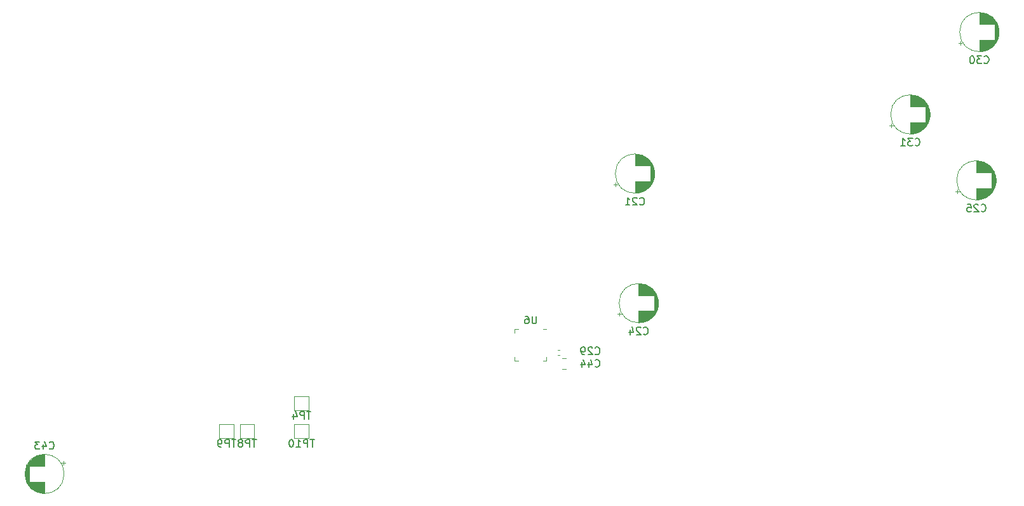
<source format=gbr>
%TF.GenerationSoftware,KiCad,Pcbnew,(5.1.7)-1*%
%TF.CreationDate,2021-03-26T00:16:30-04:00*%
%TF.ProjectId,Console,436f6e73-6f6c-4652-9e6b-696361645f70,rev?*%
%TF.SameCoordinates,Original*%
%TF.FileFunction,Legend,Bot*%
%TF.FilePolarity,Positive*%
%FSLAX46Y46*%
G04 Gerber Fmt 4.6, Leading zero omitted, Abs format (unit mm)*
G04 Created by KiCad (PCBNEW (5.1.7)-1) date 2021-03-26 00:16:30*
%MOMM*%
%LPD*%
G01*
G04 APERTURE LIST*
%ADD10C,0.120000*%
%ADD11C,0.150000*%
G04 APERTURE END LIST*
D10*
%TO.C,TP10*%
X125300000Y-119450000D02*
X127200000Y-119450000D01*
X127200000Y-119450000D02*
X127200000Y-117550000D01*
X127200000Y-117550000D02*
X125300000Y-117550000D01*
X125300000Y-117550000D02*
X125300000Y-119450000D01*
%TO.C,TP9*%
X115300000Y-119450000D02*
X117200000Y-119450000D01*
X117200000Y-119450000D02*
X117200000Y-117550000D01*
X117200000Y-117550000D02*
X115300000Y-117550000D01*
X115300000Y-117550000D02*
X115300000Y-119450000D01*
%TO.C,TP8*%
X118050000Y-119450000D02*
X119950000Y-119450000D01*
X119950000Y-119450000D02*
X119950000Y-117550000D01*
X119950000Y-117550000D02*
X118050000Y-117550000D01*
X118050000Y-117550000D02*
X118050000Y-119450000D01*
%TO.C,TP4*%
X125300000Y-115700000D02*
X127200000Y-115700000D01*
X127200000Y-115700000D02*
X127200000Y-113800000D01*
X127200000Y-113800000D02*
X125300000Y-113800000D01*
X125300000Y-113800000D02*
X125300000Y-115700000D01*
%TO.C,C29*%
X161511252Y-108765000D02*
X160988748Y-108765000D01*
X161511252Y-110235000D02*
X160988748Y-110235000D01*
%TO.C,C44*%
X160627836Y-107640000D02*
X160412164Y-107640000D01*
X160627836Y-108360000D02*
X160412164Y-108360000D01*
%TO.C,U6*%
X155165000Y-104890000D02*
X154690000Y-104890000D01*
X154690000Y-104890000D02*
X154690000Y-105365000D01*
X158435000Y-109110000D02*
X158910000Y-109110000D01*
X158910000Y-109110000D02*
X158910000Y-108635000D01*
X155165000Y-109110000D02*
X154690000Y-109110000D01*
X154690000Y-109110000D02*
X154690000Y-108635000D01*
X158435000Y-104890000D02*
X158910000Y-104890000D01*
%TO.C,C43*%
X94620000Y-124200000D02*
G75*
G03*
X94620000Y-124200000I-2620000J0D01*
G01*
X92000000Y-125240000D02*
X92000000Y-126780000D01*
X92000000Y-121620000D02*
X92000000Y-123160000D01*
X91960000Y-125240000D02*
X91960000Y-126780000D01*
X91960000Y-121620000D02*
X91960000Y-123160000D01*
X91920000Y-121621000D02*
X91920000Y-123160000D01*
X91920000Y-125240000D02*
X91920000Y-126779000D01*
X91880000Y-121622000D02*
X91880000Y-123160000D01*
X91880000Y-125240000D02*
X91880000Y-126778000D01*
X91840000Y-121624000D02*
X91840000Y-123160000D01*
X91840000Y-125240000D02*
X91840000Y-126776000D01*
X91800000Y-121627000D02*
X91800000Y-123160000D01*
X91800000Y-125240000D02*
X91800000Y-126773000D01*
X91760000Y-121631000D02*
X91760000Y-123160000D01*
X91760000Y-125240000D02*
X91760000Y-126769000D01*
X91720000Y-121635000D02*
X91720000Y-123160000D01*
X91720000Y-125240000D02*
X91720000Y-126765000D01*
X91680000Y-121639000D02*
X91680000Y-123160000D01*
X91680000Y-125240000D02*
X91680000Y-126761000D01*
X91640000Y-121644000D02*
X91640000Y-123160000D01*
X91640000Y-125240000D02*
X91640000Y-126756000D01*
X91600000Y-121650000D02*
X91600000Y-123160000D01*
X91600000Y-125240000D02*
X91600000Y-126750000D01*
X91560000Y-121657000D02*
X91560000Y-123160000D01*
X91560000Y-125240000D02*
X91560000Y-126743000D01*
X91520000Y-121664000D02*
X91520000Y-123160000D01*
X91520000Y-125240000D02*
X91520000Y-126736000D01*
X91480000Y-121672000D02*
X91480000Y-123160000D01*
X91480000Y-125240000D02*
X91480000Y-126728000D01*
X91440000Y-121680000D02*
X91440000Y-123160000D01*
X91440000Y-125240000D02*
X91440000Y-126720000D01*
X91400000Y-121689000D02*
X91400000Y-123160000D01*
X91400000Y-125240000D02*
X91400000Y-126711000D01*
X91360000Y-121699000D02*
X91360000Y-123160000D01*
X91360000Y-125240000D02*
X91360000Y-126701000D01*
X91320000Y-121709000D02*
X91320000Y-123160000D01*
X91320000Y-125240000D02*
X91320000Y-126691000D01*
X91279000Y-121720000D02*
X91279000Y-123160000D01*
X91279000Y-125240000D02*
X91279000Y-126680000D01*
X91239000Y-121732000D02*
X91239000Y-123160000D01*
X91239000Y-125240000D02*
X91239000Y-126668000D01*
X91199000Y-121745000D02*
X91199000Y-123160000D01*
X91199000Y-125240000D02*
X91199000Y-126655000D01*
X91159000Y-121758000D02*
X91159000Y-123160000D01*
X91159000Y-125240000D02*
X91159000Y-126642000D01*
X91119000Y-121772000D02*
X91119000Y-123160000D01*
X91119000Y-125240000D02*
X91119000Y-126628000D01*
X91079000Y-121786000D02*
X91079000Y-123160000D01*
X91079000Y-125240000D02*
X91079000Y-126614000D01*
X91039000Y-121802000D02*
X91039000Y-123160000D01*
X91039000Y-125240000D02*
X91039000Y-126598000D01*
X90999000Y-121818000D02*
X90999000Y-123160000D01*
X90999000Y-125240000D02*
X90999000Y-126582000D01*
X90959000Y-121835000D02*
X90959000Y-123160000D01*
X90959000Y-125240000D02*
X90959000Y-126565000D01*
X90919000Y-121852000D02*
X90919000Y-123160000D01*
X90919000Y-125240000D02*
X90919000Y-126548000D01*
X90879000Y-121871000D02*
X90879000Y-123160000D01*
X90879000Y-125240000D02*
X90879000Y-126529000D01*
X90839000Y-121890000D02*
X90839000Y-123160000D01*
X90839000Y-125240000D02*
X90839000Y-126510000D01*
X90799000Y-121910000D02*
X90799000Y-123160000D01*
X90799000Y-125240000D02*
X90799000Y-126490000D01*
X90759000Y-121932000D02*
X90759000Y-123160000D01*
X90759000Y-125240000D02*
X90759000Y-126468000D01*
X90719000Y-121953000D02*
X90719000Y-123160000D01*
X90719000Y-125240000D02*
X90719000Y-126447000D01*
X90679000Y-121976000D02*
X90679000Y-123160000D01*
X90679000Y-125240000D02*
X90679000Y-126424000D01*
X90639000Y-122000000D02*
X90639000Y-123160000D01*
X90639000Y-125240000D02*
X90639000Y-126400000D01*
X90599000Y-122025000D02*
X90599000Y-123160000D01*
X90599000Y-125240000D02*
X90599000Y-126375000D01*
X90559000Y-122051000D02*
X90559000Y-123160000D01*
X90559000Y-125240000D02*
X90559000Y-126349000D01*
X90519000Y-122078000D02*
X90519000Y-123160000D01*
X90519000Y-125240000D02*
X90519000Y-126322000D01*
X90479000Y-122105000D02*
X90479000Y-123160000D01*
X90479000Y-125240000D02*
X90479000Y-126295000D01*
X90439000Y-122135000D02*
X90439000Y-123160000D01*
X90439000Y-125240000D02*
X90439000Y-126265000D01*
X90399000Y-122165000D02*
X90399000Y-123160000D01*
X90399000Y-125240000D02*
X90399000Y-126235000D01*
X90359000Y-122196000D02*
X90359000Y-123160000D01*
X90359000Y-125240000D02*
X90359000Y-126204000D01*
X90319000Y-122229000D02*
X90319000Y-123160000D01*
X90319000Y-125240000D02*
X90319000Y-126171000D01*
X90279000Y-122263000D02*
X90279000Y-123160000D01*
X90279000Y-125240000D02*
X90279000Y-126137000D01*
X90239000Y-122299000D02*
X90239000Y-123160000D01*
X90239000Y-125240000D02*
X90239000Y-126101000D01*
X90199000Y-122336000D02*
X90199000Y-123160000D01*
X90199000Y-125240000D02*
X90199000Y-126064000D01*
X90159000Y-122374000D02*
X90159000Y-123160000D01*
X90159000Y-125240000D02*
X90159000Y-126026000D01*
X90119000Y-122415000D02*
X90119000Y-123160000D01*
X90119000Y-125240000D02*
X90119000Y-125985000D01*
X90079000Y-122457000D02*
X90079000Y-123160000D01*
X90079000Y-125240000D02*
X90079000Y-125943000D01*
X90039000Y-122501000D02*
X90039000Y-123160000D01*
X90039000Y-125240000D02*
X90039000Y-125899000D01*
X89999000Y-122547000D02*
X89999000Y-123160000D01*
X89999000Y-125240000D02*
X89999000Y-125853000D01*
X89959000Y-122595000D02*
X89959000Y-125805000D01*
X89919000Y-122646000D02*
X89919000Y-125754000D01*
X89879000Y-122700000D02*
X89879000Y-125700000D01*
X89839000Y-122757000D02*
X89839000Y-125643000D01*
X89799000Y-122817000D02*
X89799000Y-125583000D01*
X89759000Y-122881000D02*
X89759000Y-125519000D01*
X89719000Y-122949000D02*
X89719000Y-125451000D01*
X89679000Y-123022000D02*
X89679000Y-125378000D01*
X89639000Y-123102000D02*
X89639000Y-125298000D01*
X89599000Y-123189000D02*
X89599000Y-125211000D01*
X89559000Y-123285000D02*
X89559000Y-125115000D01*
X89519000Y-123395000D02*
X89519000Y-125005000D01*
X89479000Y-123523000D02*
X89479000Y-124877000D01*
X89439000Y-123682000D02*
X89439000Y-124718000D01*
X89399000Y-123916000D02*
X89399000Y-124484000D01*
X94804775Y-122725000D02*
X94304775Y-122725000D01*
X94554775Y-122475000D02*
X94554775Y-122975000D01*
%TO.C,C31*%
X210020000Y-76200000D02*
G75*
G03*
X210020000Y-76200000I-2620000J0D01*
G01*
X207400000Y-75160000D02*
X207400000Y-73620000D01*
X207400000Y-78780000D02*
X207400000Y-77240000D01*
X207440000Y-75160000D02*
X207440000Y-73620000D01*
X207440000Y-78780000D02*
X207440000Y-77240000D01*
X207480000Y-78779000D02*
X207480000Y-77240000D01*
X207480000Y-75160000D02*
X207480000Y-73621000D01*
X207520000Y-78778000D02*
X207520000Y-77240000D01*
X207520000Y-75160000D02*
X207520000Y-73622000D01*
X207560000Y-78776000D02*
X207560000Y-77240000D01*
X207560000Y-75160000D02*
X207560000Y-73624000D01*
X207600000Y-78773000D02*
X207600000Y-77240000D01*
X207600000Y-75160000D02*
X207600000Y-73627000D01*
X207640000Y-78769000D02*
X207640000Y-77240000D01*
X207640000Y-75160000D02*
X207640000Y-73631000D01*
X207680000Y-78765000D02*
X207680000Y-77240000D01*
X207680000Y-75160000D02*
X207680000Y-73635000D01*
X207720000Y-78761000D02*
X207720000Y-77240000D01*
X207720000Y-75160000D02*
X207720000Y-73639000D01*
X207760000Y-78756000D02*
X207760000Y-77240000D01*
X207760000Y-75160000D02*
X207760000Y-73644000D01*
X207800000Y-78750000D02*
X207800000Y-77240000D01*
X207800000Y-75160000D02*
X207800000Y-73650000D01*
X207840000Y-78743000D02*
X207840000Y-77240000D01*
X207840000Y-75160000D02*
X207840000Y-73657000D01*
X207880000Y-78736000D02*
X207880000Y-77240000D01*
X207880000Y-75160000D02*
X207880000Y-73664000D01*
X207920000Y-78728000D02*
X207920000Y-77240000D01*
X207920000Y-75160000D02*
X207920000Y-73672000D01*
X207960000Y-78720000D02*
X207960000Y-77240000D01*
X207960000Y-75160000D02*
X207960000Y-73680000D01*
X208000000Y-78711000D02*
X208000000Y-77240000D01*
X208000000Y-75160000D02*
X208000000Y-73689000D01*
X208040000Y-78701000D02*
X208040000Y-77240000D01*
X208040000Y-75160000D02*
X208040000Y-73699000D01*
X208080000Y-78691000D02*
X208080000Y-77240000D01*
X208080000Y-75160000D02*
X208080000Y-73709000D01*
X208121000Y-78680000D02*
X208121000Y-77240000D01*
X208121000Y-75160000D02*
X208121000Y-73720000D01*
X208161000Y-78668000D02*
X208161000Y-77240000D01*
X208161000Y-75160000D02*
X208161000Y-73732000D01*
X208201000Y-78655000D02*
X208201000Y-77240000D01*
X208201000Y-75160000D02*
X208201000Y-73745000D01*
X208241000Y-78642000D02*
X208241000Y-77240000D01*
X208241000Y-75160000D02*
X208241000Y-73758000D01*
X208281000Y-78628000D02*
X208281000Y-77240000D01*
X208281000Y-75160000D02*
X208281000Y-73772000D01*
X208321000Y-78614000D02*
X208321000Y-77240000D01*
X208321000Y-75160000D02*
X208321000Y-73786000D01*
X208361000Y-78598000D02*
X208361000Y-77240000D01*
X208361000Y-75160000D02*
X208361000Y-73802000D01*
X208401000Y-78582000D02*
X208401000Y-77240000D01*
X208401000Y-75160000D02*
X208401000Y-73818000D01*
X208441000Y-78565000D02*
X208441000Y-77240000D01*
X208441000Y-75160000D02*
X208441000Y-73835000D01*
X208481000Y-78548000D02*
X208481000Y-77240000D01*
X208481000Y-75160000D02*
X208481000Y-73852000D01*
X208521000Y-78529000D02*
X208521000Y-77240000D01*
X208521000Y-75160000D02*
X208521000Y-73871000D01*
X208561000Y-78510000D02*
X208561000Y-77240000D01*
X208561000Y-75160000D02*
X208561000Y-73890000D01*
X208601000Y-78490000D02*
X208601000Y-77240000D01*
X208601000Y-75160000D02*
X208601000Y-73910000D01*
X208641000Y-78468000D02*
X208641000Y-77240000D01*
X208641000Y-75160000D02*
X208641000Y-73932000D01*
X208681000Y-78447000D02*
X208681000Y-77240000D01*
X208681000Y-75160000D02*
X208681000Y-73953000D01*
X208721000Y-78424000D02*
X208721000Y-77240000D01*
X208721000Y-75160000D02*
X208721000Y-73976000D01*
X208761000Y-78400000D02*
X208761000Y-77240000D01*
X208761000Y-75160000D02*
X208761000Y-74000000D01*
X208801000Y-78375000D02*
X208801000Y-77240000D01*
X208801000Y-75160000D02*
X208801000Y-74025000D01*
X208841000Y-78349000D02*
X208841000Y-77240000D01*
X208841000Y-75160000D02*
X208841000Y-74051000D01*
X208881000Y-78322000D02*
X208881000Y-77240000D01*
X208881000Y-75160000D02*
X208881000Y-74078000D01*
X208921000Y-78295000D02*
X208921000Y-77240000D01*
X208921000Y-75160000D02*
X208921000Y-74105000D01*
X208961000Y-78265000D02*
X208961000Y-77240000D01*
X208961000Y-75160000D02*
X208961000Y-74135000D01*
X209001000Y-78235000D02*
X209001000Y-77240000D01*
X209001000Y-75160000D02*
X209001000Y-74165000D01*
X209041000Y-78204000D02*
X209041000Y-77240000D01*
X209041000Y-75160000D02*
X209041000Y-74196000D01*
X209081000Y-78171000D02*
X209081000Y-77240000D01*
X209081000Y-75160000D02*
X209081000Y-74229000D01*
X209121000Y-78137000D02*
X209121000Y-77240000D01*
X209121000Y-75160000D02*
X209121000Y-74263000D01*
X209161000Y-78101000D02*
X209161000Y-77240000D01*
X209161000Y-75160000D02*
X209161000Y-74299000D01*
X209201000Y-78064000D02*
X209201000Y-77240000D01*
X209201000Y-75160000D02*
X209201000Y-74336000D01*
X209241000Y-78026000D02*
X209241000Y-77240000D01*
X209241000Y-75160000D02*
X209241000Y-74374000D01*
X209281000Y-77985000D02*
X209281000Y-77240000D01*
X209281000Y-75160000D02*
X209281000Y-74415000D01*
X209321000Y-77943000D02*
X209321000Y-77240000D01*
X209321000Y-75160000D02*
X209321000Y-74457000D01*
X209361000Y-77899000D02*
X209361000Y-77240000D01*
X209361000Y-75160000D02*
X209361000Y-74501000D01*
X209401000Y-77853000D02*
X209401000Y-77240000D01*
X209401000Y-75160000D02*
X209401000Y-74547000D01*
X209441000Y-77805000D02*
X209441000Y-74595000D01*
X209481000Y-77754000D02*
X209481000Y-74646000D01*
X209521000Y-77700000D02*
X209521000Y-74700000D01*
X209561000Y-77643000D02*
X209561000Y-74757000D01*
X209601000Y-77583000D02*
X209601000Y-74817000D01*
X209641000Y-77519000D02*
X209641000Y-74881000D01*
X209681000Y-77451000D02*
X209681000Y-74949000D01*
X209721000Y-77378000D02*
X209721000Y-75022000D01*
X209761000Y-77298000D02*
X209761000Y-75102000D01*
X209801000Y-77211000D02*
X209801000Y-75189000D01*
X209841000Y-77115000D02*
X209841000Y-75285000D01*
X209881000Y-77005000D02*
X209881000Y-75395000D01*
X209921000Y-76877000D02*
X209921000Y-75523000D01*
X209961000Y-76718000D02*
X209961000Y-75682000D01*
X210001000Y-76484000D02*
X210001000Y-75916000D01*
X204595225Y-77675000D02*
X205095225Y-77675000D01*
X204845225Y-77925000D02*
X204845225Y-77425000D01*
%TO.C,C30*%
X219220000Y-65200000D02*
G75*
G03*
X219220000Y-65200000I-2620000J0D01*
G01*
X216600000Y-64160000D02*
X216600000Y-62620000D01*
X216600000Y-67780000D02*
X216600000Y-66240000D01*
X216640000Y-64160000D02*
X216640000Y-62620000D01*
X216640000Y-67780000D02*
X216640000Y-66240000D01*
X216680000Y-67779000D02*
X216680000Y-66240000D01*
X216680000Y-64160000D02*
X216680000Y-62621000D01*
X216720000Y-67778000D02*
X216720000Y-66240000D01*
X216720000Y-64160000D02*
X216720000Y-62622000D01*
X216760000Y-67776000D02*
X216760000Y-66240000D01*
X216760000Y-64160000D02*
X216760000Y-62624000D01*
X216800000Y-67773000D02*
X216800000Y-66240000D01*
X216800000Y-64160000D02*
X216800000Y-62627000D01*
X216840000Y-67769000D02*
X216840000Y-66240000D01*
X216840000Y-64160000D02*
X216840000Y-62631000D01*
X216880000Y-67765000D02*
X216880000Y-66240000D01*
X216880000Y-64160000D02*
X216880000Y-62635000D01*
X216920000Y-67761000D02*
X216920000Y-66240000D01*
X216920000Y-64160000D02*
X216920000Y-62639000D01*
X216960000Y-67756000D02*
X216960000Y-66240000D01*
X216960000Y-64160000D02*
X216960000Y-62644000D01*
X217000000Y-67750000D02*
X217000000Y-66240000D01*
X217000000Y-64160000D02*
X217000000Y-62650000D01*
X217040000Y-67743000D02*
X217040000Y-66240000D01*
X217040000Y-64160000D02*
X217040000Y-62657000D01*
X217080000Y-67736000D02*
X217080000Y-66240000D01*
X217080000Y-64160000D02*
X217080000Y-62664000D01*
X217120000Y-67728000D02*
X217120000Y-66240000D01*
X217120000Y-64160000D02*
X217120000Y-62672000D01*
X217160000Y-67720000D02*
X217160000Y-66240000D01*
X217160000Y-64160000D02*
X217160000Y-62680000D01*
X217200000Y-67711000D02*
X217200000Y-66240000D01*
X217200000Y-64160000D02*
X217200000Y-62689000D01*
X217240000Y-67701000D02*
X217240000Y-66240000D01*
X217240000Y-64160000D02*
X217240000Y-62699000D01*
X217280000Y-67691000D02*
X217280000Y-66240000D01*
X217280000Y-64160000D02*
X217280000Y-62709000D01*
X217321000Y-67680000D02*
X217321000Y-66240000D01*
X217321000Y-64160000D02*
X217321000Y-62720000D01*
X217361000Y-67668000D02*
X217361000Y-66240000D01*
X217361000Y-64160000D02*
X217361000Y-62732000D01*
X217401000Y-67655000D02*
X217401000Y-66240000D01*
X217401000Y-64160000D02*
X217401000Y-62745000D01*
X217441000Y-67642000D02*
X217441000Y-66240000D01*
X217441000Y-64160000D02*
X217441000Y-62758000D01*
X217481000Y-67628000D02*
X217481000Y-66240000D01*
X217481000Y-64160000D02*
X217481000Y-62772000D01*
X217521000Y-67614000D02*
X217521000Y-66240000D01*
X217521000Y-64160000D02*
X217521000Y-62786000D01*
X217561000Y-67598000D02*
X217561000Y-66240000D01*
X217561000Y-64160000D02*
X217561000Y-62802000D01*
X217601000Y-67582000D02*
X217601000Y-66240000D01*
X217601000Y-64160000D02*
X217601000Y-62818000D01*
X217641000Y-67565000D02*
X217641000Y-66240000D01*
X217641000Y-64160000D02*
X217641000Y-62835000D01*
X217681000Y-67548000D02*
X217681000Y-66240000D01*
X217681000Y-64160000D02*
X217681000Y-62852000D01*
X217721000Y-67529000D02*
X217721000Y-66240000D01*
X217721000Y-64160000D02*
X217721000Y-62871000D01*
X217761000Y-67510000D02*
X217761000Y-66240000D01*
X217761000Y-64160000D02*
X217761000Y-62890000D01*
X217801000Y-67490000D02*
X217801000Y-66240000D01*
X217801000Y-64160000D02*
X217801000Y-62910000D01*
X217841000Y-67468000D02*
X217841000Y-66240000D01*
X217841000Y-64160000D02*
X217841000Y-62932000D01*
X217881000Y-67447000D02*
X217881000Y-66240000D01*
X217881000Y-64160000D02*
X217881000Y-62953000D01*
X217921000Y-67424000D02*
X217921000Y-66240000D01*
X217921000Y-64160000D02*
X217921000Y-62976000D01*
X217961000Y-67400000D02*
X217961000Y-66240000D01*
X217961000Y-64160000D02*
X217961000Y-63000000D01*
X218001000Y-67375000D02*
X218001000Y-66240000D01*
X218001000Y-64160000D02*
X218001000Y-63025000D01*
X218041000Y-67349000D02*
X218041000Y-66240000D01*
X218041000Y-64160000D02*
X218041000Y-63051000D01*
X218081000Y-67322000D02*
X218081000Y-66240000D01*
X218081000Y-64160000D02*
X218081000Y-63078000D01*
X218121000Y-67295000D02*
X218121000Y-66240000D01*
X218121000Y-64160000D02*
X218121000Y-63105000D01*
X218161000Y-67265000D02*
X218161000Y-66240000D01*
X218161000Y-64160000D02*
X218161000Y-63135000D01*
X218201000Y-67235000D02*
X218201000Y-66240000D01*
X218201000Y-64160000D02*
X218201000Y-63165000D01*
X218241000Y-67204000D02*
X218241000Y-66240000D01*
X218241000Y-64160000D02*
X218241000Y-63196000D01*
X218281000Y-67171000D02*
X218281000Y-66240000D01*
X218281000Y-64160000D02*
X218281000Y-63229000D01*
X218321000Y-67137000D02*
X218321000Y-66240000D01*
X218321000Y-64160000D02*
X218321000Y-63263000D01*
X218361000Y-67101000D02*
X218361000Y-66240000D01*
X218361000Y-64160000D02*
X218361000Y-63299000D01*
X218401000Y-67064000D02*
X218401000Y-66240000D01*
X218401000Y-64160000D02*
X218401000Y-63336000D01*
X218441000Y-67026000D02*
X218441000Y-66240000D01*
X218441000Y-64160000D02*
X218441000Y-63374000D01*
X218481000Y-66985000D02*
X218481000Y-66240000D01*
X218481000Y-64160000D02*
X218481000Y-63415000D01*
X218521000Y-66943000D02*
X218521000Y-66240000D01*
X218521000Y-64160000D02*
X218521000Y-63457000D01*
X218561000Y-66899000D02*
X218561000Y-66240000D01*
X218561000Y-64160000D02*
X218561000Y-63501000D01*
X218601000Y-66853000D02*
X218601000Y-66240000D01*
X218601000Y-64160000D02*
X218601000Y-63547000D01*
X218641000Y-66805000D02*
X218641000Y-63595000D01*
X218681000Y-66754000D02*
X218681000Y-63646000D01*
X218721000Y-66700000D02*
X218721000Y-63700000D01*
X218761000Y-66643000D02*
X218761000Y-63757000D01*
X218801000Y-66583000D02*
X218801000Y-63817000D01*
X218841000Y-66519000D02*
X218841000Y-63881000D01*
X218881000Y-66451000D02*
X218881000Y-63949000D01*
X218921000Y-66378000D02*
X218921000Y-64022000D01*
X218961000Y-66298000D02*
X218961000Y-64102000D01*
X219001000Y-66211000D02*
X219001000Y-64189000D01*
X219041000Y-66115000D02*
X219041000Y-64285000D01*
X219081000Y-66005000D02*
X219081000Y-64395000D01*
X219121000Y-65877000D02*
X219121000Y-64523000D01*
X219161000Y-65718000D02*
X219161000Y-64682000D01*
X219201000Y-65484000D02*
X219201000Y-64916000D01*
X213795225Y-66675000D02*
X214295225Y-66675000D01*
X214045225Y-66925000D02*
X214045225Y-66425000D01*
%TO.C,C25*%
X218820000Y-85000000D02*
G75*
G03*
X218820000Y-85000000I-2620000J0D01*
G01*
X216200000Y-83960000D02*
X216200000Y-82420000D01*
X216200000Y-87580000D02*
X216200000Y-86040000D01*
X216240000Y-83960000D02*
X216240000Y-82420000D01*
X216240000Y-87580000D02*
X216240000Y-86040000D01*
X216280000Y-87579000D02*
X216280000Y-86040000D01*
X216280000Y-83960000D02*
X216280000Y-82421000D01*
X216320000Y-87578000D02*
X216320000Y-86040000D01*
X216320000Y-83960000D02*
X216320000Y-82422000D01*
X216360000Y-87576000D02*
X216360000Y-86040000D01*
X216360000Y-83960000D02*
X216360000Y-82424000D01*
X216400000Y-87573000D02*
X216400000Y-86040000D01*
X216400000Y-83960000D02*
X216400000Y-82427000D01*
X216440000Y-87569000D02*
X216440000Y-86040000D01*
X216440000Y-83960000D02*
X216440000Y-82431000D01*
X216480000Y-87565000D02*
X216480000Y-86040000D01*
X216480000Y-83960000D02*
X216480000Y-82435000D01*
X216520000Y-87561000D02*
X216520000Y-86040000D01*
X216520000Y-83960000D02*
X216520000Y-82439000D01*
X216560000Y-87556000D02*
X216560000Y-86040000D01*
X216560000Y-83960000D02*
X216560000Y-82444000D01*
X216600000Y-87550000D02*
X216600000Y-86040000D01*
X216600000Y-83960000D02*
X216600000Y-82450000D01*
X216640000Y-87543000D02*
X216640000Y-86040000D01*
X216640000Y-83960000D02*
X216640000Y-82457000D01*
X216680000Y-87536000D02*
X216680000Y-86040000D01*
X216680000Y-83960000D02*
X216680000Y-82464000D01*
X216720000Y-87528000D02*
X216720000Y-86040000D01*
X216720000Y-83960000D02*
X216720000Y-82472000D01*
X216760000Y-87520000D02*
X216760000Y-86040000D01*
X216760000Y-83960000D02*
X216760000Y-82480000D01*
X216800000Y-87511000D02*
X216800000Y-86040000D01*
X216800000Y-83960000D02*
X216800000Y-82489000D01*
X216840000Y-87501000D02*
X216840000Y-86040000D01*
X216840000Y-83960000D02*
X216840000Y-82499000D01*
X216880000Y-87491000D02*
X216880000Y-86040000D01*
X216880000Y-83960000D02*
X216880000Y-82509000D01*
X216921000Y-87480000D02*
X216921000Y-86040000D01*
X216921000Y-83960000D02*
X216921000Y-82520000D01*
X216961000Y-87468000D02*
X216961000Y-86040000D01*
X216961000Y-83960000D02*
X216961000Y-82532000D01*
X217001000Y-87455000D02*
X217001000Y-86040000D01*
X217001000Y-83960000D02*
X217001000Y-82545000D01*
X217041000Y-87442000D02*
X217041000Y-86040000D01*
X217041000Y-83960000D02*
X217041000Y-82558000D01*
X217081000Y-87428000D02*
X217081000Y-86040000D01*
X217081000Y-83960000D02*
X217081000Y-82572000D01*
X217121000Y-87414000D02*
X217121000Y-86040000D01*
X217121000Y-83960000D02*
X217121000Y-82586000D01*
X217161000Y-87398000D02*
X217161000Y-86040000D01*
X217161000Y-83960000D02*
X217161000Y-82602000D01*
X217201000Y-87382000D02*
X217201000Y-86040000D01*
X217201000Y-83960000D02*
X217201000Y-82618000D01*
X217241000Y-87365000D02*
X217241000Y-86040000D01*
X217241000Y-83960000D02*
X217241000Y-82635000D01*
X217281000Y-87348000D02*
X217281000Y-86040000D01*
X217281000Y-83960000D02*
X217281000Y-82652000D01*
X217321000Y-87329000D02*
X217321000Y-86040000D01*
X217321000Y-83960000D02*
X217321000Y-82671000D01*
X217361000Y-87310000D02*
X217361000Y-86040000D01*
X217361000Y-83960000D02*
X217361000Y-82690000D01*
X217401000Y-87290000D02*
X217401000Y-86040000D01*
X217401000Y-83960000D02*
X217401000Y-82710000D01*
X217441000Y-87268000D02*
X217441000Y-86040000D01*
X217441000Y-83960000D02*
X217441000Y-82732000D01*
X217481000Y-87247000D02*
X217481000Y-86040000D01*
X217481000Y-83960000D02*
X217481000Y-82753000D01*
X217521000Y-87224000D02*
X217521000Y-86040000D01*
X217521000Y-83960000D02*
X217521000Y-82776000D01*
X217561000Y-87200000D02*
X217561000Y-86040000D01*
X217561000Y-83960000D02*
X217561000Y-82800000D01*
X217601000Y-87175000D02*
X217601000Y-86040000D01*
X217601000Y-83960000D02*
X217601000Y-82825000D01*
X217641000Y-87149000D02*
X217641000Y-86040000D01*
X217641000Y-83960000D02*
X217641000Y-82851000D01*
X217681000Y-87122000D02*
X217681000Y-86040000D01*
X217681000Y-83960000D02*
X217681000Y-82878000D01*
X217721000Y-87095000D02*
X217721000Y-86040000D01*
X217721000Y-83960000D02*
X217721000Y-82905000D01*
X217761000Y-87065000D02*
X217761000Y-86040000D01*
X217761000Y-83960000D02*
X217761000Y-82935000D01*
X217801000Y-87035000D02*
X217801000Y-86040000D01*
X217801000Y-83960000D02*
X217801000Y-82965000D01*
X217841000Y-87004000D02*
X217841000Y-86040000D01*
X217841000Y-83960000D02*
X217841000Y-82996000D01*
X217881000Y-86971000D02*
X217881000Y-86040000D01*
X217881000Y-83960000D02*
X217881000Y-83029000D01*
X217921000Y-86937000D02*
X217921000Y-86040000D01*
X217921000Y-83960000D02*
X217921000Y-83063000D01*
X217961000Y-86901000D02*
X217961000Y-86040000D01*
X217961000Y-83960000D02*
X217961000Y-83099000D01*
X218001000Y-86864000D02*
X218001000Y-86040000D01*
X218001000Y-83960000D02*
X218001000Y-83136000D01*
X218041000Y-86826000D02*
X218041000Y-86040000D01*
X218041000Y-83960000D02*
X218041000Y-83174000D01*
X218081000Y-86785000D02*
X218081000Y-86040000D01*
X218081000Y-83960000D02*
X218081000Y-83215000D01*
X218121000Y-86743000D02*
X218121000Y-86040000D01*
X218121000Y-83960000D02*
X218121000Y-83257000D01*
X218161000Y-86699000D02*
X218161000Y-86040000D01*
X218161000Y-83960000D02*
X218161000Y-83301000D01*
X218201000Y-86653000D02*
X218201000Y-86040000D01*
X218201000Y-83960000D02*
X218201000Y-83347000D01*
X218241000Y-86605000D02*
X218241000Y-83395000D01*
X218281000Y-86554000D02*
X218281000Y-83446000D01*
X218321000Y-86500000D02*
X218321000Y-83500000D01*
X218361000Y-86443000D02*
X218361000Y-83557000D01*
X218401000Y-86383000D02*
X218401000Y-83617000D01*
X218441000Y-86319000D02*
X218441000Y-83681000D01*
X218481000Y-86251000D02*
X218481000Y-83749000D01*
X218521000Y-86178000D02*
X218521000Y-83822000D01*
X218561000Y-86098000D02*
X218561000Y-83902000D01*
X218601000Y-86011000D02*
X218601000Y-83989000D01*
X218641000Y-85915000D02*
X218641000Y-84085000D01*
X218681000Y-85805000D02*
X218681000Y-84195000D01*
X218721000Y-85677000D02*
X218721000Y-84323000D01*
X218761000Y-85518000D02*
X218761000Y-84482000D01*
X218801000Y-85284000D02*
X218801000Y-84716000D01*
X213395225Y-86475000D02*
X213895225Y-86475000D01*
X213645225Y-86725000D02*
X213645225Y-86225000D01*
%TO.C,C24*%
X173820000Y-101400000D02*
G75*
G03*
X173820000Y-101400000I-2620000J0D01*
G01*
X171200000Y-100360000D02*
X171200000Y-98820000D01*
X171200000Y-103980000D02*
X171200000Y-102440000D01*
X171240000Y-100360000D02*
X171240000Y-98820000D01*
X171240000Y-103980000D02*
X171240000Y-102440000D01*
X171280000Y-103979000D02*
X171280000Y-102440000D01*
X171280000Y-100360000D02*
X171280000Y-98821000D01*
X171320000Y-103978000D02*
X171320000Y-102440000D01*
X171320000Y-100360000D02*
X171320000Y-98822000D01*
X171360000Y-103976000D02*
X171360000Y-102440000D01*
X171360000Y-100360000D02*
X171360000Y-98824000D01*
X171400000Y-103973000D02*
X171400000Y-102440000D01*
X171400000Y-100360000D02*
X171400000Y-98827000D01*
X171440000Y-103969000D02*
X171440000Y-102440000D01*
X171440000Y-100360000D02*
X171440000Y-98831000D01*
X171480000Y-103965000D02*
X171480000Y-102440000D01*
X171480000Y-100360000D02*
X171480000Y-98835000D01*
X171520000Y-103961000D02*
X171520000Y-102440000D01*
X171520000Y-100360000D02*
X171520000Y-98839000D01*
X171560000Y-103956000D02*
X171560000Y-102440000D01*
X171560000Y-100360000D02*
X171560000Y-98844000D01*
X171600000Y-103950000D02*
X171600000Y-102440000D01*
X171600000Y-100360000D02*
X171600000Y-98850000D01*
X171640000Y-103943000D02*
X171640000Y-102440000D01*
X171640000Y-100360000D02*
X171640000Y-98857000D01*
X171680000Y-103936000D02*
X171680000Y-102440000D01*
X171680000Y-100360000D02*
X171680000Y-98864000D01*
X171720000Y-103928000D02*
X171720000Y-102440000D01*
X171720000Y-100360000D02*
X171720000Y-98872000D01*
X171760000Y-103920000D02*
X171760000Y-102440000D01*
X171760000Y-100360000D02*
X171760000Y-98880000D01*
X171800000Y-103911000D02*
X171800000Y-102440000D01*
X171800000Y-100360000D02*
X171800000Y-98889000D01*
X171840000Y-103901000D02*
X171840000Y-102440000D01*
X171840000Y-100360000D02*
X171840000Y-98899000D01*
X171880000Y-103891000D02*
X171880000Y-102440000D01*
X171880000Y-100360000D02*
X171880000Y-98909000D01*
X171921000Y-103880000D02*
X171921000Y-102440000D01*
X171921000Y-100360000D02*
X171921000Y-98920000D01*
X171961000Y-103868000D02*
X171961000Y-102440000D01*
X171961000Y-100360000D02*
X171961000Y-98932000D01*
X172001000Y-103855000D02*
X172001000Y-102440000D01*
X172001000Y-100360000D02*
X172001000Y-98945000D01*
X172041000Y-103842000D02*
X172041000Y-102440000D01*
X172041000Y-100360000D02*
X172041000Y-98958000D01*
X172081000Y-103828000D02*
X172081000Y-102440000D01*
X172081000Y-100360000D02*
X172081000Y-98972000D01*
X172121000Y-103814000D02*
X172121000Y-102440000D01*
X172121000Y-100360000D02*
X172121000Y-98986000D01*
X172161000Y-103798000D02*
X172161000Y-102440000D01*
X172161000Y-100360000D02*
X172161000Y-99002000D01*
X172201000Y-103782000D02*
X172201000Y-102440000D01*
X172201000Y-100360000D02*
X172201000Y-99018000D01*
X172241000Y-103765000D02*
X172241000Y-102440000D01*
X172241000Y-100360000D02*
X172241000Y-99035000D01*
X172281000Y-103748000D02*
X172281000Y-102440000D01*
X172281000Y-100360000D02*
X172281000Y-99052000D01*
X172321000Y-103729000D02*
X172321000Y-102440000D01*
X172321000Y-100360000D02*
X172321000Y-99071000D01*
X172361000Y-103710000D02*
X172361000Y-102440000D01*
X172361000Y-100360000D02*
X172361000Y-99090000D01*
X172401000Y-103690000D02*
X172401000Y-102440000D01*
X172401000Y-100360000D02*
X172401000Y-99110000D01*
X172441000Y-103668000D02*
X172441000Y-102440000D01*
X172441000Y-100360000D02*
X172441000Y-99132000D01*
X172481000Y-103647000D02*
X172481000Y-102440000D01*
X172481000Y-100360000D02*
X172481000Y-99153000D01*
X172521000Y-103624000D02*
X172521000Y-102440000D01*
X172521000Y-100360000D02*
X172521000Y-99176000D01*
X172561000Y-103600000D02*
X172561000Y-102440000D01*
X172561000Y-100360000D02*
X172561000Y-99200000D01*
X172601000Y-103575000D02*
X172601000Y-102440000D01*
X172601000Y-100360000D02*
X172601000Y-99225000D01*
X172641000Y-103549000D02*
X172641000Y-102440000D01*
X172641000Y-100360000D02*
X172641000Y-99251000D01*
X172681000Y-103522000D02*
X172681000Y-102440000D01*
X172681000Y-100360000D02*
X172681000Y-99278000D01*
X172721000Y-103495000D02*
X172721000Y-102440000D01*
X172721000Y-100360000D02*
X172721000Y-99305000D01*
X172761000Y-103465000D02*
X172761000Y-102440000D01*
X172761000Y-100360000D02*
X172761000Y-99335000D01*
X172801000Y-103435000D02*
X172801000Y-102440000D01*
X172801000Y-100360000D02*
X172801000Y-99365000D01*
X172841000Y-103404000D02*
X172841000Y-102440000D01*
X172841000Y-100360000D02*
X172841000Y-99396000D01*
X172881000Y-103371000D02*
X172881000Y-102440000D01*
X172881000Y-100360000D02*
X172881000Y-99429000D01*
X172921000Y-103337000D02*
X172921000Y-102440000D01*
X172921000Y-100360000D02*
X172921000Y-99463000D01*
X172961000Y-103301000D02*
X172961000Y-102440000D01*
X172961000Y-100360000D02*
X172961000Y-99499000D01*
X173001000Y-103264000D02*
X173001000Y-102440000D01*
X173001000Y-100360000D02*
X173001000Y-99536000D01*
X173041000Y-103226000D02*
X173041000Y-102440000D01*
X173041000Y-100360000D02*
X173041000Y-99574000D01*
X173081000Y-103185000D02*
X173081000Y-102440000D01*
X173081000Y-100360000D02*
X173081000Y-99615000D01*
X173121000Y-103143000D02*
X173121000Y-102440000D01*
X173121000Y-100360000D02*
X173121000Y-99657000D01*
X173161000Y-103099000D02*
X173161000Y-102440000D01*
X173161000Y-100360000D02*
X173161000Y-99701000D01*
X173201000Y-103053000D02*
X173201000Y-102440000D01*
X173201000Y-100360000D02*
X173201000Y-99747000D01*
X173241000Y-103005000D02*
X173241000Y-99795000D01*
X173281000Y-102954000D02*
X173281000Y-99846000D01*
X173321000Y-102900000D02*
X173321000Y-99900000D01*
X173361000Y-102843000D02*
X173361000Y-99957000D01*
X173401000Y-102783000D02*
X173401000Y-100017000D01*
X173441000Y-102719000D02*
X173441000Y-100081000D01*
X173481000Y-102651000D02*
X173481000Y-100149000D01*
X173521000Y-102578000D02*
X173521000Y-100222000D01*
X173561000Y-102498000D02*
X173561000Y-100302000D01*
X173601000Y-102411000D02*
X173601000Y-100389000D01*
X173641000Y-102315000D02*
X173641000Y-100485000D01*
X173681000Y-102205000D02*
X173681000Y-100595000D01*
X173721000Y-102077000D02*
X173721000Y-100723000D01*
X173761000Y-101918000D02*
X173761000Y-100882000D01*
X173801000Y-101684000D02*
X173801000Y-101116000D01*
X168395225Y-102875000D02*
X168895225Y-102875000D01*
X168645225Y-103125000D02*
X168645225Y-102625000D01*
%TO.C,C21*%
X173320000Y-84100000D02*
G75*
G03*
X173320000Y-84100000I-2620000J0D01*
G01*
X170700000Y-83060000D02*
X170700000Y-81520000D01*
X170700000Y-86680000D02*
X170700000Y-85140000D01*
X170740000Y-83060000D02*
X170740000Y-81520000D01*
X170740000Y-86680000D02*
X170740000Y-85140000D01*
X170780000Y-86679000D02*
X170780000Y-85140000D01*
X170780000Y-83060000D02*
X170780000Y-81521000D01*
X170820000Y-86678000D02*
X170820000Y-85140000D01*
X170820000Y-83060000D02*
X170820000Y-81522000D01*
X170860000Y-86676000D02*
X170860000Y-85140000D01*
X170860000Y-83060000D02*
X170860000Y-81524000D01*
X170900000Y-86673000D02*
X170900000Y-85140000D01*
X170900000Y-83060000D02*
X170900000Y-81527000D01*
X170940000Y-86669000D02*
X170940000Y-85140000D01*
X170940000Y-83060000D02*
X170940000Y-81531000D01*
X170980000Y-86665000D02*
X170980000Y-85140000D01*
X170980000Y-83060000D02*
X170980000Y-81535000D01*
X171020000Y-86661000D02*
X171020000Y-85140000D01*
X171020000Y-83060000D02*
X171020000Y-81539000D01*
X171060000Y-86656000D02*
X171060000Y-85140000D01*
X171060000Y-83060000D02*
X171060000Y-81544000D01*
X171100000Y-86650000D02*
X171100000Y-85140000D01*
X171100000Y-83060000D02*
X171100000Y-81550000D01*
X171140000Y-86643000D02*
X171140000Y-85140000D01*
X171140000Y-83060000D02*
X171140000Y-81557000D01*
X171180000Y-86636000D02*
X171180000Y-85140000D01*
X171180000Y-83060000D02*
X171180000Y-81564000D01*
X171220000Y-86628000D02*
X171220000Y-85140000D01*
X171220000Y-83060000D02*
X171220000Y-81572000D01*
X171260000Y-86620000D02*
X171260000Y-85140000D01*
X171260000Y-83060000D02*
X171260000Y-81580000D01*
X171300000Y-86611000D02*
X171300000Y-85140000D01*
X171300000Y-83060000D02*
X171300000Y-81589000D01*
X171340000Y-86601000D02*
X171340000Y-85140000D01*
X171340000Y-83060000D02*
X171340000Y-81599000D01*
X171380000Y-86591000D02*
X171380000Y-85140000D01*
X171380000Y-83060000D02*
X171380000Y-81609000D01*
X171421000Y-86580000D02*
X171421000Y-85140000D01*
X171421000Y-83060000D02*
X171421000Y-81620000D01*
X171461000Y-86568000D02*
X171461000Y-85140000D01*
X171461000Y-83060000D02*
X171461000Y-81632000D01*
X171501000Y-86555000D02*
X171501000Y-85140000D01*
X171501000Y-83060000D02*
X171501000Y-81645000D01*
X171541000Y-86542000D02*
X171541000Y-85140000D01*
X171541000Y-83060000D02*
X171541000Y-81658000D01*
X171581000Y-86528000D02*
X171581000Y-85140000D01*
X171581000Y-83060000D02*
X171581000Y-81672000D01*
X171621000Y-86514000D02*
X171621000Y-85140000D01*
X171621000Y-83060000D02*
X171621000Y-81686000D01*
X171661000Y-86498000D02*
X171661000Y-85140000D01*
X171661000Y-83060000D02*
X171661000Y-81702000D01*
X171701000Y-86482000D02*
X171701000Y-85140000D01*
X171701000Y-83060000D02*
X171701000Y-81718000D01*
X171741000Y-86465000D02*
X171741000Y-85140000D01*
X171741000Y-83060000D02*
X171741000Y-81735000D01*
X171781000Y-86448000D02*
X171781000Y-85140000D01*
X171781000Y-83060000D02*
X171781000Y-81752000D01*
X171821000Y-86429000D02*
X171821000Y-85140000D01*
X171821000Y-83060000D02*
X171821000Y-81771000D01*
X171861000Y-86410000D02*
X171861000Y-85140000D01*
X171861000Y-83060000D02*
X171861000Y-81790000D01*
X171901000Y-86390000D02*
X171901000Y-85140000D01*
X171901000Y-83060000D02*
X171901000Y-81810000D01*
X171941000Y-86368000D02*
X171941000Y-85140000D01*
X171941000Y-83060000D02*
X171941000Y-81832000D01*
X171981000Y-86347000D02*
X171981000Y-85140000D01*
X171981000Y-83060000D02*
X171981000Y-81853000D01*
X172021000Y-86324000D02*
X172021000Y-85140000D01*
X172021000Y-83060000D02*
X172021000Y-81876000D01*
X172061000Y-86300000D02*
X172061000Y-85140000D01*
X172061000Y-83060000D02*
X172061000Y-81900000D01*
X172101000Y-86275000D02*
X172101000Y-85140000D01*
X172101000Y-83060000D02*
X172101000Y-81925000D01*
X172141000Y-86249000D02*
X172141000Y-85140000D01*
X172141000Y-83060000D02*
X172141000Y-81951000D01*
X172181000Y-86222000D02*
X172181000Y-85140000D01*
X172181000Y-83060000D02*
X172181000Y-81978000D01*
X172221000Y-86195000D02*
X172221000Y-85140000D01*
X172221000Y-83060000D02*
X172221000Y-82005000D01*
X172261000Y-86165000D02*
X172261000Y-85140000D01*
X172261000Y-83060000D02*
X172261000Y-82035000D01*
X172301000Y-86135000D02*
X172301000Y-85140000D01*
X172301000Y-83060000D02*
X172301000Y-82065000D01*
X172341000Y-86104000D02*
X172341000Y-85140000D01*
X172341000Y-83060000D02*
X172341000Y-82096000D01*
X172381000Y-86071000D02*
X172381000Y-85140000D01*
X172381000Y-83060000D02*
X172381000Y-82129000D01*
X172421000Y-86037000D02*
X172421000Y-85140000D01*
X172421000Y-83060000D02*
X172421000Y-82163000D01*
X172461000Y-86001000D02*
X172461000Y-85140000D01*
X172461000Y-83060000D02*
X172461000Y-82199000D01*
X172501000Y-85964000D02*
X172501000Y-85140000D01*
X172501000Y-83060000D02*
X172501000Y-82236000D01*
X172541000Y-85926000D02*
X172541000Y-85140000D01*
X172541000Y-83060000D02*
X172541000Y-82274000D01*
X172581000Y-85885000D02*
X172581000Y-85140000D01*
X172581000Y-83060000D02*
X172581000Y-82315000D01*
X172621000Y-85843000D02*
X172621000Y-85140000D01*
X172621000Y-83060000D02*
X172621000Y-82357000D01*
X172661000Y-85799000D02*
X172661000Y-85140000D01*
X172661000Y-83060000D02*
X172661000Y-82401000D01*
X172701000Y-85753000D02*
X172701000Y-85140000D01*
X172701000Y-83060000D02*
X172701000Y-82447000D01*
X172741000Y-85705000D02*
X172741000Y-82495000D01*
X172781000Y-85654000D02*
X172781000Y-82546000D01*
X172821000Y-85600000D02*
X172821000Y-82600000D01*
X172861000Y-85543000D02*
X172861000Y-82657000D01*
X172901000Y-85483000D02*
X172901000Y-82717000D01*
X172941000Y-85419000D02*
X172941000Y-82781000D01*
X172981000Y-85351000D02*
X172981000Y-82849000D01*
X173021000Y-85278000D02*
X173021000Y-82922000D01*
X173061000Y-85198000D02*
X173061000Y-83002000D01*
X173101000Y-85111000D02*
X173101000Y-83089000D01*
X173141000Y-85015000D02*
X173141000Y-83185000D01*
X173181000Y-84905000D02*
X173181000Y-83295000D01*
X173221000Y-84777000D02*
X173221000Y-83423000D01*
X173261000Y-84618000D02*
X173261000Y-83582000D01*
X173301000Y-84384000D02*
X173301000Y-83816000D01*
X167895225Y-85575000D02*
X168395225Y-85575000D01*
X168145225Y-85825000D02*
X168145225Y-85325000D01*
%TO.C,TP10*%
D11*
X127988095Y-119600380D02*
X127416666Y-119600380D01*
X127702380Y-120600380D02*
X127702380Y-119600380D01*
X127083333Y-120600380D02*
X127083333Y-119600380D01*
X126702380Y-119600380D01*
X126607142Y-119648000D01*
X126559523Y-119695619D01*
X126511904Y-119790857D01*
X126511904Y-119933714D01*
X126559523Y-120028952D01*
X126607142Y-120076571D01*
X126702380Y-120124190D01*
X127083333Y-120124190D01*
X125559523Y-120600380D02*
X126130952Y-120600380D01*
X125845238Y-120600380D02*
X125845238Y-119600380D01*
X125940476Y-119743238D01*
X126035714Y-119838476D01*
X126130952Y-119886095D01*
X124940476Y-119600380D02*
X124845238Y-119600380D01*
X124750000Y-119648000D01*
X124702380Y-119695619D01*
X124654761Y-119790857D01*
X124607142Y-119981333D01*
X124607142Y-120219428D01*
X124654761Y-120409904D01*
X124702380Y-120505142D01*
X124750000Y-120552761D01*
X124845238Y-120600380D01*
X124940476Y-120600380D01*
X125035714Y-120552761D01*
X125083333Y-120505142D01*
X125130952Y-120409904D01*
X125178571Y-120219428D01*
X125178571Y-119981333D01*
X125130952Y-119790857D01*
X125083333Y-119695619D01*
X125035714Y-119648000D01*
X124940476Y-119600380D01*
%TO.C,TP9*%
X117511904Y-119600380D02*
X116940476Y-119600380D01*
X117226190Y-120600380D02*
X117226190Y-119600380D01*
X116607142Y-120600380D02*
X116607142Y-119600380D01*
X116226190Y-119600380D01*
X116130952Y-119648000D01*
X116083333Y-119695619D01*
X116035714Y-119790857D01*
X116035714Y-119933714D01*
X116083333Y-120028952D01*
X116130952Y-120076571D01*
X116226190Y-120124190D01*
X116607142Y-120124190D01*
X115559523Y-120600380D02*
X115369047Y-120600380D01*
X115273809Y-120552761D01*
X115226190Y-120505142D01*
X115130952Y-120362285D01*
X115083333Y-120171809D01*
X115083333Y-119790857D01*
X115130952Y-119695619D01*
X115178571Y-119648000D01*
X115273809Y-119600380D01*
X115464285Y-119600380D01*
X115559523Y-119648000D01*
X115607142Y-119695619D01*
X115654761Y-119790857D01*
X115654761Y-120028952D01*
X115607142Y-120124190D01*
X115559523Y-120171809D01*
X115464285Y-120219428D01*
X115273809Y-120219428D01*
X115178571Y-120171809D01*
X115130952Y-120124190D01*
X115083333Y-120028952D01*
%TO.C,TP8*%
X120261904Y-119600380D02*
X119690476Y-119600380D01*
X119976190Y-120600380D02*
X119976190Y-119600380D01*
X119357142Y-120600380D02*
X119357142Y-119600380D01*
X118976190Y-119600380D01*
X118880952Y-119648000D01*
X118833333Y-119695619D01*
X118785714Y-119790857D01*
X118785714Y-119933714D01*
X118833333Y-120028952D01*
X118880952Y-120076571D01*
X118976190Y-120124190D01*
X119357142Y-120124190D01*
X118214285Y-120028952D02*
X118309523Y-119981333D01*
X118357142Y-119933714D01*
X118404761Y-119838476D01*
X118404761Y-119790857D01*
X118357142Y-119695619D01*
X118309523Y-119648000D01*
X118214285Y-119600380D01*
X118023809Y-119600380D01*
X117928571Y-119648000D01*
X117880952Y-119695619D01*
X117833333Y-119790857D01*
X117833333Y-119838476D01*
X117880952Y-119933714D01*
X117928571Y-119981333D01*
X118023809Y-120028952D01*
X118214285Y-120028952D01*
X118309523Y-120076571D01*
X118357142Y-120124190D01*
X118404761Y-120219428D01*
X118404761Y-120409904D01*
X118357142Y-120505142D01*
X118309523Y-120552761D01*
X118214285Y-120600380D01*
X118023809Y-120600380D01*
X117928571Y-120552761D01*
X117880952Y-120505142D01*
X117833333Y-120409904D01*
X117833333Y-120219428D01*
X117880952Y-120124190D01*
X117928571Y-120076571D01*
X118023809Y-120028952D01*
%TO.C,TP4*%
X127511904Y-115850380D02*
X126940476Y-115850380D01*
X127226190Y-116850380D02*
X127226190Y-115850380D01*
X126607142Y-116850380D02*
X126607142Y-115850380D01*
X126226190Y-115850380D01*
X126130952Y-115898000D01*
X126083333Y-115945619D01*
X126035714Y-116040857D01*
X126035714Y-116183714D01*
X126083333Y-116278952D01*
X126130952Y-116326571D01*
X126226190Y-116374190D01*
X126607142Y-116374190D01*
X125178571Y-116183714D02*
X125178571Y-116850380D01*
X125416666Y-115802761D02*
X125654761Y-116517047D01*
X125035714Y-116517047D01*
%TO.C,C29*%
X165392857Y-108177142D02*
X165440476Y-108224761D01*
X165583333Y-108272380D01*
X165678571Y-108272380D01*
X165821428Y-108224761D01*
X165916666Y-108129523D01*
X165964285Y-108034285D01*
X166011904Y-107843809D01*
X166011904Y-107700952D01*
X165964285Y-107510476D01*
X165916666Y-107415238D01*
X165821428Y-107320000D01*
X165678571Y-107272380D01*
X165583333Y-107272380D01*
X165440476Y-107320000D01*
X165392857Y-107367619D01*
X165011904Y-107367619D02*
X164964285Y-107320000D01*
X164869047Y-107272380D01*
X164630952Y-107272380D01*
X164535714Y-107320000D01*
X164488095Y-107367619D01*
X164440476Y-107462857D01*
X164440476Y-107558095D01*
X164488095Y-107700952D01*
X165059523Y-108272380D01*
X164440476Y-108272380D01*
X163964285Y-108272380D02*
X163773809Y-108272380D01*
X163678571Y-108224761D01*
X163630952Y-108177142D01*
X163535714Y-108034285D01*
X163488095Y-107843809D01*
X163488095Y-107462857D01*
X163535714Y-107367619D01*
X163583333Y-107320000D01*
X163678571Y-107272380D01*
X163869047Y-107272380D01*
X163964285Y-107320000D01*
X164011904Y-107367619D01*
X164059523Y-107462857D01*
X164059523Y-107700952D01*
X164011904Y-107796190D01*
X163964285Y-107843809D01*
X163869047Y-107891428D01*
X163678571Y-107891428D01*
X163583333Y-107843809D01*
X163535714Y-107796190D01*
X163488095Y-107700952D01*
%TO.C,C44*%
X165392857Y-109857142D02*
X165440476Y-109904761D01*
X165583333Y-109952380D01*
X165678571Y-109952380D01*
X165821428Y-109904761D01*
X165916666Y-109809523D01*
X165964285Y-109714285D01*
X166011904Y-109523809D01*
X166011904Y-109380952D01*
X165964285Y-109190476D01*
X165916666Y-109095238D01*
X165821428Y-109000000D01*
X165678571Y-108952380D01*
X165583333Y-108952380D01*
X165440476Y-109000000D01*
X165392857Y-109047619D01*
X164535714Y-109285714D02*
X164535714Y-109952380D01*
X164773809Y-108904761D02*
X165011904Y-109619047D01*
X164392857Y-109619047D01*
X163583333Y-109285714D02*
X163583333Y-109952380D01*
X163821428Y-108904761D02*
X164059523Y-109619047D01*
X163440476Y-109619047D01*
%TO.C,U6*%
X157561904Y-103132380D02*
X157561904Y-103941904D01*
X157514285Y-104037142D01*
X157466666Y-104084761D01*
X157371428Y-104132380D01*
X157180952Y-104132380D01*
X157085714Y-104084761D01*
X157038095Y-104037142D01*
X156990476Y-103941904D01*
X156990476Y-103132380D01*
X156085714Y-103132380D02*
X156276190Y-103132380D01*
X156371428Y-103180000D01*
X156419047Y-103227619D01*
X156514285Y-103370476D01*
X156561904Y-103560952D01*
X156561904Y-103941904D01*
X156514285Y-104037142D01*
X156466666Y-104084761D01*
X156371428Y-104132380D01*
X156180952Y-104132380D01*
X156085714Y-104084761D01*
X156038095Y-104037142D01*
X155990476Y-103941904D01*
X155990476Y-103703809D01*
X156038095Y-103608571D01*
X156085714Y-103560952D01*
X156180952Y-103513333D01*
X156371428Y-103513333D01*
X156466666Y-103560952D01*
X156514285Y-103608571D01*
X156561904Y-103703809D01*
%TO.C,C43*%
X92642857Y-120807142D02*
X92690476Y-120854761D01*
X92833333Y-120902380D01*
X92928571Y-120902380D01*
X93071428Y-120854761D01*
X93166666Y-120759523D01*
X93214285Y-120664285D01*
X93261904Y-120473809D01*
X93261904Y-120330952D01*
X93214285Y-120140476D01*
X93166666Y-120045238D01*
X93071428Y-119950000D01*
X92928571Y-119902380D01*
X92833333Y-119902380D01*
X92690476Y-119950000D01*
X92642857Y-119997619D01*
X91785714Y-120235714D02*
X91785714Y-120902380D01*
X92023809Y-119854761D02*
X92261904Y-120569047D01*
X91642857Y-120569047D01*
X91357142Y-119902380D02*
X90738095Y-119902380D01*
X91071428Y-120283333D01*
X90928571Y-120283333D01*
X90833333Y-120330952D01*
X90785714Y-120378571D01*
X90738095Y-120473809D01*
X90738095Y-120711904D01*
X90785714Y-120807142D01*
X90833333Y-120854761D01*
X90928571Y-120902380D01*
X91214285Y-120902380D01*
X91309523Y-120854761D01*
X91357142Y-120807142D01*
%TO.C,C31*%
X208042857Y-80307142D02*
X208090476Y-80354761D01*
X208233333Y-80402380D01*
X208328571Y-80402380D01*
X208471428Y-80354761D01*
X208566666Y-80259523D01*
X208614285Y-80164285D01*
X208661904Y-79973809D01*
X208661904Y-79830952D01*
X208614285Y-79640476D01*
X208566666Y-79545238D01*
X208471428Y-79450000D01*
X208328571Y-79402380D01*
X208233333Y-79402380D01*
X208090476Y-79450000D01*
X208042857Y-79497619D01*
X207709523Y-79402380D02*
X207090476Y-79402380D01*
X207423809Y-79783333D01*
X207280952Y-79783333D01*
X207185714Y-79830952D01*
X207138095Y-79878571D01*
X207090476Y-79973809D01*
X207090476Y-80211904D01*
X207138095Y-80307142D01*
X207185714Y-80354761D01*
X207280952Y-80402380D01*
X207566666Y-80402380D01*
X207661904Y-80354761D01*
X207709523Y-80307142D01*
X206138095Y-80402380D02*
X206709523Y-80402380D01*
X206423809Y-80402380D02*
X206423809Y-79402380D01*
X206519047Y-79545238D01*
X206614285Y-79640476D01*
X206709523Y-79688095D01*
%TO.C,C30*%
X217242857Y-69307142D02*
X217290476Y-69354761D01*
X217433333Y-69402380D01*
X217528571Y-69402380D01*
X217671428Y-69354761D01*
X217766666Y-69259523D01*
X217814285Y-69164285D01*
X217861904Y-68973809D01*
X217861904Y-68830952D01*
X217814285Y-68640476D01*
X217766666Y-68545238D01*
X217671428Y-68450000D01*
X217528571Y-68402380D01*
X217433333Y-68402380D01*
X217290476Y-68450000D01*
X217242857Y-68497619D01*
X216909523Y-68402380D02*
X216290476Y-68402380D01*
X216623809Y-68783333D01*
X216480952Y-68783333D01*
X216385714Y-68830952D01*
X216338095Y-68878571D01*
X216290476Y-68973809D01*
X216290476Y-69211904D01*
X216338095Y-69307142D01*
X216385714Y-69354761D01*
X216480952Y-69402380D01*
X216766666Y-69402380D01*
X216861904Y-69354761D01*
X216909523Y-69307142D01*
X215671428Y-68402380D02*
X215576190Y-68402380D01*
X215480952Y-68450000D01*
X215433333Y-68497619D01*
X215385714Y-68592857D01*
X215338095Y-68783333D01*
X215338095Y-69021428D01*
X215385714Y-69211904D01*
X215433333Y-69307142D01*
X215480952Y-69354761D01*
X215576190Y-69402380D01*
X215671428Y-69402380D01*
X215766666Y-69354761D01*
X215814285Y-69307142D01*
X215861904Y-69211904D01*
X215909523Y-69021428D01*
X215909523Y-68783333D01*
X215861904Y-68592857D01*
X215814285Y-68497619D01*
X215766666Y-68450000D01*
X215671428Y-68402380D01*
%TO.C,C25*%
X216842857Y-89107142D02*
X216890476Y-89154761D01*
X217033333Y-89202380D01*
X217128571Y-89202380D01*
X217271428Y-89154761D01*
X217366666Y-89059523D01*
X217414285Y-88964285D01*
X217461904Y-88773809D01*
X217461904Y-88630952D01*
X217414285Y-88440476D01*
X217366666Y-88345238D01*
X217271428Y-88250000D01*
X217128571Y-88202380D01*
X217033333Y-88202380D01*
X216890476Y-88250000D01*
X216842857Y-88297619D01*
X216461904Y-88297619D02*
X216414285Y-88250000D01*
X216319047Y-88202380D01*
X216080952Y-88202380D01*
X215985714Y-88250000D01*
X215938095Y-88297619D01*
X215890476Y-88392857D01*
X215890476Y-88488095D01*
X215938095Y-88630952D01*
X216509523Y-89202380D01*
X215890476Y-89202380D01*
X214985714Y-88202380D02*
X215461904Y-88202380D01*
X215509523Y-88678571D01*
X215461904Y-88630952D01*
X215366666Y-88583333D01*
X215128571Y-88583333D01*
X215033333Y-88630952D01*
X214985714Y-88678571D01*
X214938095Y-88773809D01*
X214938095Y-89011904D01*
X214985714Y-89107142D01*
X215033333Y-89154761D01*
X215128571Y-89202380D01*
X215366666Y-89202380D01*
X215461904Y-89154761D01*
X215509523Y-89107142D01*
%TO.C,C24*%
X171842857Y-105507142D02*
X171890476Y-105554761D01*
X172033333Y-105602380D01*
X172128571Y-105602380D01*
X172271428Y-105554761D01*
X172366666Y-105459523D01*
X172414285Y-105364285D01*
X172461904Y-105173809D01*
X172461904Y-105030952D01*
X172414285Y-104840476D01*
X172366666Y-104745238D01*
X172271428Y-104650000D01*
X172128571Y-104602380D01*
X172033333Y-104602380D01*
X171890476Y-104650000D01*
X171842857Y-104697619D01*
X171461904Y-104697619D02*
X171414285Y-104650000D01*
X171319047Y-104602380D01*
X171080952Y-104602380D01*
X170985714Y-104650000D01*
X170938095Y-104697619D01*
X170890476Y-104792857D01*
X170890476Y-104888095D01*
X170938095Y-105030952D01*
X171509523Y-105602380D01*
X170890476Y-105602380D01*
X170033333Y-104935714D02*
X170033333Y-105602380D01*
X170271428Y-104554761D02*
X170509523Y-105269047D01*
X169890476Y-105269047D01*
%TO.C,C21*%
X171342857Y-88207142D02*
X171390476Y-88254761D01*
X171533333Y-88302380D01*
X171628571Y-88302380D01*
X171771428Y-88254761D01*
X171866666Y-88159523D01*
X171914285Y-88064285D01*
X171961904Y-87873809D01*
X171961904Y-87730952D01*
X171914285Y-87540476D01*
X171866666Y-87445238D01*
X171771428Y-87350000D01*
X171628571Y-87302380D01*
X171533333Y-87302380D01*
X171390476Y-87350000D01*
X171342857Y-87397619D01*
X170961904Y-87397619D02*
X170914285Y-87350000D01*
X170819047Y-87302380D01*
X170580952Y-87302380D01*
X170485714Y-87350000D01*
X170438095Y-87397619D01*
X170390476Y-87492857D01*
X170390476Y-87588095D01*
X170438095Y-87730952D01*
X171009523Y-88302380D01*
X170390476Y-88302380D01*
X169438095Y-88302380D02*
X170009523Y-88302380D01*
X169723809Y-88302380D02*
X169723809Y-87302380D01*
X169819047Y-87445238D01*
X169914285Y-87540476D01*
X170009523Y-87588095D01*
%TD*%
M02*

</source>
